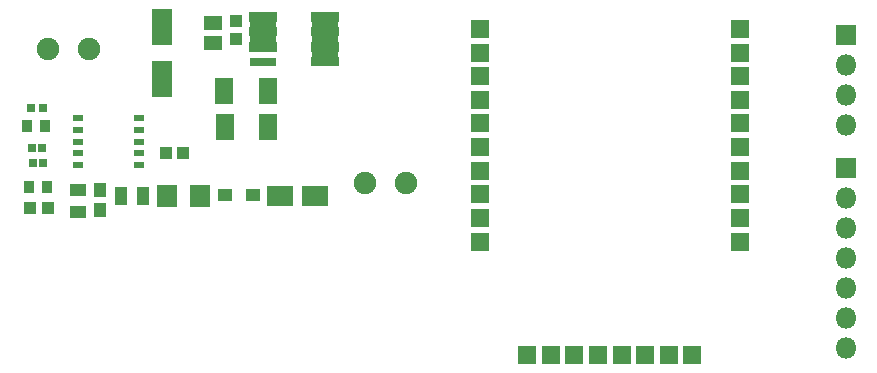
<source format=gts>
G04 #@! TF.FileFunction,Soldermask,Top*
%FSLAX46Y46*%
G04 Gerber Fmt 4.6, Leading zero omitted, Abs format (unit mm)*
G04 Created by KiCad (PCBNEW 4.0.7) date 10/09/19 11:40:26*
%MOMM*%
%LPD*%
G01*
G04 APERTURE LIST*
%ADD10C,0.100000*%
%ADD11R,1.701600X3.101600*%
%ADD12R,1.571600X1.251600*%
%ADD13R,1.071600X1.021600*%
%ADD14R,0.641600X0.701600*%
%ADD15R,1.021600X1.071600*%
%ADD16R,2.301600X1.701600*%
%ADD17R,1.111600X1.031600*%
%ADD18R,1.401600X1.001600*%
%ADD19R,1.101600X1.201600*%
%ADD20R,1.625600X2.286000*%
%ADD21C,1.901600*%
%ADD22R,1.801600X1.801600*%
%ADD23O,1.801600X1.801600*%
%ADD24R,1.251600X1.101600*%
%ADD25R,2.301600X0.701600*%
%ADD26R,2.301600X3.251600*%
%ADD27R,2.301600X4.501600*%
%ADD28R,0.971600X1.031600*%
%ADD29R,0.661600X0.701600*%
%ADD30R,1.101600X1.521600*%
%ADD31R,1.701600X1.901600*%
%ADD32R,0.965200X0.558800*%
%ADD33R,1.625600X1.625600*%
G04 APERTURE END LIST*
D10*
G36*
X125978460Y-72280115D02*
X125978460Y-73079320D01*
X123566370Y-73079320D01*
X123566370Y-72280115D01*
X125978460Y-72280115D01*
G37*
G36*
X125978460Y-70977800D02*
X125978460Y-71779320D01*
X123572950Y-71779320D01*
X123572950Y-70977800D01*
X125978460Y-70977800D01*
G37*
G36*
X125978460Y-69723320D02*
X125978460Y-70529320D01*
X123568560Y-70529320D01*
X123568560Y-69723320D01*
X125978460Y-69723320D01*
G37*
G36*
X131178460Y-69722760D02*
X131178460Y-70529320D01*
X128782450Y-70529320D01*
X128782450Y-69722760D01*
X131178460Y-69722760D01*
G37*
G36*
X131178460Y-70977250D02*
X131178460Y-71779320D01*
X128781220Y-71779320D01*
X128781220Y-70977250D01*
X131178460Y-70977250D01*
G37*
G36*
X131178460Y-72279896D02*
X131178460Y-73079320D01*
X128781680Y-73079320D01*
X128781680Y-72279896D01*
X131178460Y-72279896D01*
G37*
G36*
X131178460Y-73531260D02*
X131178460Y-74329320D01*
X128780280Y-74329320D01*
X128780280Y-73531260D01*
X131178460Y-73531260D01*
G37*
D11*
X116205000Y-71012960D03*
X116205000Y-75412960D03*
D12*
X120533160Y-70610840D03*
X120533160Y-72370840D03*
D13*
X122499120Y-70472000D03*
X122499120Y-72022000D03*
D14*
X106043200Y-81244440D03*
X105183200Y-81244440D03*
D15*
X105021080Y-86309200D03*
X106571080Y-86309200D03*
D16*
X129170560Y-85262720D03*
X126170560Y-85262720D03*
D17*
X116524700Y-81648300D03*
X117942700Y-81648300D03*
D18*
X109072680Y-86675000D03*
X109072680Y-84775000D03*
D19*
X110926880Y-84798800D03*
X110926880Y-86498800D03*
D20*
X121480580Y-76382880D03*
X125163580Y-76382880D03*
X121513600Y-79461360D03*
X125196600Y-79461360D03*
D21*
X106545440Y-72867520D03*
X110045440Y-72867520D03*
D22*
X174117000Y-71628000D03*
D23*
X174117000Y-74168000D03*
X174117000Y-76708000D03*
X174117000Y-79248000D03*
D21*
X133390700Y-84239100D03*
X136890700Y-84239100D03*
D22*
X174122080Y-82925920D03*
D23*
X174122080Y-85465920D03*
X174122080Y-88005920D03*
X174122080Y-90545920D03*
X174122080Y-93085920D03*
X174122080Y-95625920D03*
X174122080Y-98165920D03*
D24*
X123872240Y-85222080D03*
X121522240Y-85222080D03*
D25*
X124778460Y-73934320D03*
D26*
X124778460Y-71394320D03*
D27*
X129978460Y-72029320D03*
D28*
X104741760Y-79354680D03*
X106301760Y-79354680D03*
D29*
X106154880Y-82509360D03*
X105284880Y-82509360D03*
X106113440Y-77861160D03*
X105143440Y-77861160D03*
D30*
X114605080Y-85323680D03*
X112735080Y-85323680D03*
D28*
X106497340Y-84559140D03*
X104937340Y-84559140D03*
D31*
X119459200Y-85283040D03*
X116659200Y-85283040D03*
D32*
X109100620Y-78709520D03*
X109100620Y-79700120D03*
X109100620Y-80690720D03*
X109100620Y-81681320D03*
X109100620Y-82671920D03*
X114256820Y-82671920D03*
X114256820Y-81681320D03*
X114256820Y-80690720D03*
X114256820Y-79700120D03*
X114256820Y-78709520D03*
D33*
X143118840Y-71161910D03*
X143118840Y-73160890D03*
X143118840Y-75159870D03*
X143118840Y-77158850D03*
X143118840Y-79157830D03*
X143118840Y-81156810D03*
X143118840Y-83155790D03*
X143118840Y-85154770D03*
X143118840Y-87153750D03*
X143118840Y-89152730D03*
X147120610Y-98720910D03*
X149119590Y-98720910D03*
X151118570Y-98720910D03*
X153117550Y-98720910D03*
X155116530Y-98720910D03*
X157115510Y-98720910D03*
X159114490Y-98720910D03*
X161113470Y-98720910D03*
X165115240Y-89152730D03*
X165115240Y-87153750D03*
X165115240Y-85154770D03*
X165115240Y-83155790D03*
X165115240Y-81156810D03*
X165115240Y-79157830D03*
X165115240Y-77158850D03*
X165115240Y-75159870D03*
X165115240Y-73160890D03*
X165115240Y-71161910D03*
M02*

</source>
